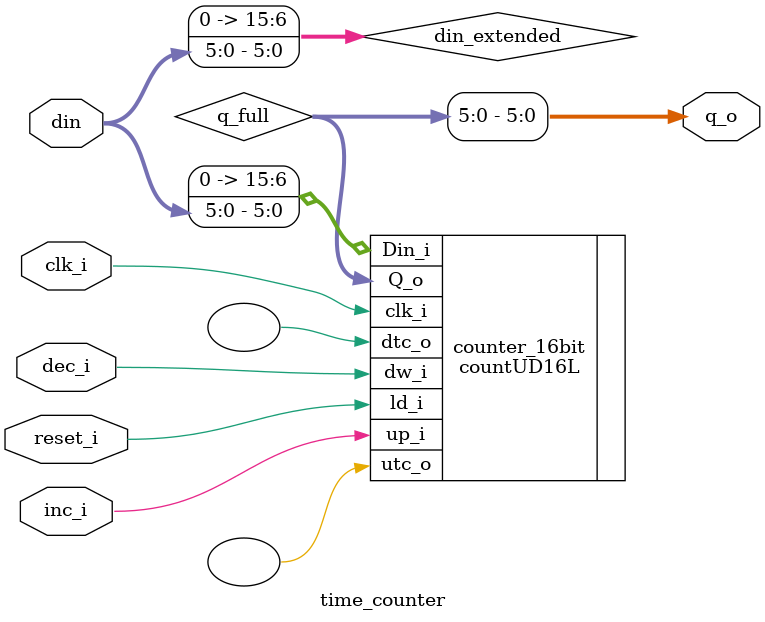
<source format=v>
`timescale 1ns / 1ps


module time_counter(
    input clk_i,
    input inc_i,
    input dec_i, 
    input reset_i, 
    input [5:0]din,
    output [5:0]q_o
    );
    wire [15:0]q_full;

    wire [15:0]din_extended;
    assign din_extended={10'b0000000000, din};

    countUD16L counter_16bit(
        .clk_i(clk_i), 
        .up_i(inc_i), 
        .dw_i(dec_i), 
        .ld_i(reset_i), 
        .Din_i(din_extended), 
        .Q_o(q_full), 
        .utc_o(), 
        .dtc_o()
        );

    assign q_o=q_full[5:0];


    

endmodule

</source>
